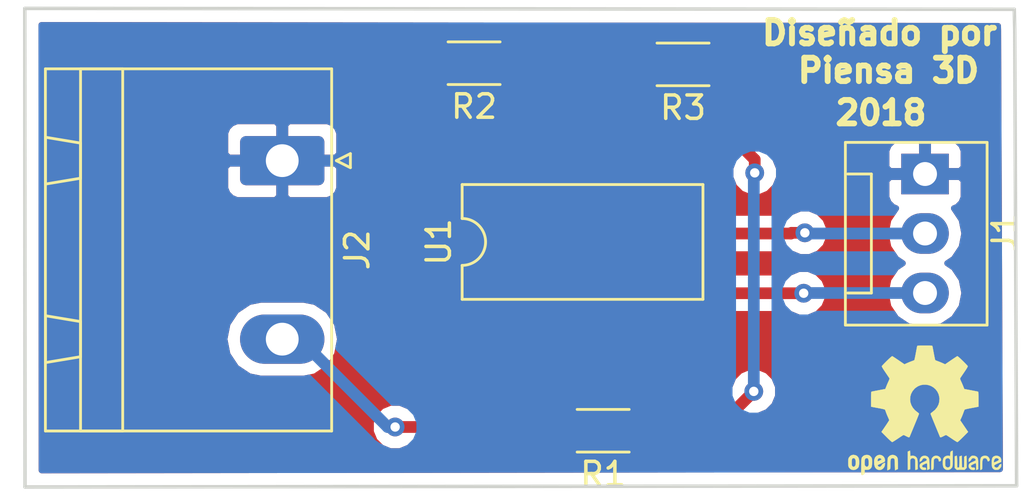
<source format=kicad_pcb>
(kicad_pcb (version 20171130) (host pcbnew 5.0.0-fee4fd1~66~ubuntu16.04.1)

  (general
    (thickness 1.6)
    (drawings 7)
    (tracks 38)
    (zones 0)
    (modules 7)
    (nets 7)
  )

  (page A4)
  (title_block
    (title "Amplificador de corriente")
    (date 2018-09-20)
    (rev 1.0)
    (company "Piensa 3D")
  )

  (layers
    (0 F.Cu signal)
    (31 B.Cu signal)
    (32 B.Adhes user)
    (33 F.Adhes user)
    (34 B.Paste user)
    (35 F.Paste user)
    (36 B.SilkS user)
    (37 F.SilkS user)
    (38 B.Mask user)
    (39 F.Mask user)
    (40 Dwgs.User user)
    (41 Cmts.User user)
    (42 Eco1.User user)
    (43 Eco2.User user)
    (44 Edge.Cuts user)
    (45 Margin user)
    (46 B.CrtYd user)
    (47 F.CrtYd user)
    (48 B.Fab user)
    (49 F.Fab user)
  )

  (setup
    (last_trace_width 0.5)
    (user_trace_width 0.3)
    (user_trace_width 0.4)
    (user_trace_width 0.5)
    (trace_clearance 0.2)
    (zone_clearance 0.508)
    (zone_45_only no)
    (trace_min 0.2)
    (segment_width 0.2)
    (edge_width 0.15)
    (via_size 0.8)
    (via_drill 0.4)
    (via_min_size 0.4)
    (via_min_drill 0.3)
    (uvia_size 0.3)
    (uvia_drill 0.1)
    (uvias_allowed no)
    (uvia_min_size 0.2)
    (uvia_min_drill 0.1)
    (pcb_text_width 0.3)
    (pcb_text_size 1.5 1.5)
    (mod_edge_width 0.15)
    (mod_text_size 1 1)
    (mod_text_width 0.15)
    (pad_size 1.524 1.524)
    (pad_drill 0.762)
    (pad_to_mask_clearance 0.2)
    (aux_axis_origin 0 0)
    (visible_elements FFFFFF7F)
    (pcbplotparams
      (layerselection 0x010fc_ffffffff)
      (usegerberextensions false)
      (usegerberattributes false)
      (usegerberadvancedattributes false)
      (creategerberjobfile false)
      (excludeedgelayer true)
      (linewidth 0.100000)
      (plotframeref false)
      (viasonmask false)
      (mode 1)
      (useauxorigin false)
      (hpglpennumber 1)
      (hpglpenspeed 20)
      (hpglpendiameter 15.000000)
      (psnegative false)
      (psa4output false)
      (plotreference true)
      (plotvalue true)
      (plotinvisibletext false)
      (padsonsilk false)
      (subtractmaskfromsilk false)
      (outputformat 1)
      (mirror false)
      (drillshape 1)
      (scaleselection 1)
      (outputdirectory ""))
  )

  (net 0 "")
  (net 1 GND)
  (net 2 +12V)
  (net 3 -12V)
  (net 4 "Net-(J2-Pad2)")
  (net 5 "Net-(R1-Pad1)")
  (net 6 "Net-(R2-Pad2)")

  (net_class Default "Esta es la clase de red por defecto."
    (clearance 0.2)
    (trace_width 0.25)
    (via_dia 0.8)
    (via_drill 0.4)
    (uvia_dia 0.3)
    (uvia_drill 0.1)
    (add_net +12V)
    (add_net -12V)
    (add_net GND)
    (add_net "Net-(J2-Pad2)")
    (add_net "Net-(R1-Pad1)")
    (add_net "Net-(R2-Pad2)")
  )

  (module Connector:FanPinHeader_1x03_P2.54mm_Vertical (layer F.Cu) (tedit 5A19DCDF) (tstamp 5BB0A7F4)
    (at 152.08 72.01 270)
    (descr "3-pin CPU fan Through hole pin header, see http://www.formfactors.org/developer%5Cspecs%5Crev1_2_public.pdf")
    (tags "pin header 3-pin CPU fan")
    (path /5BA3A608)
    (fp_text reference J1 (at 2.5 -3.4 270) (layer F.SilkS)
      (effects (font (size 1 1) (thickness 0.15)))
    )
    (fp_text value Conn_01x03_Male (at 2.55 4.5 270) (layer F.Fab)
      (effects (font (size 1 1) (thickness 0.15)))
    )
    (fp_text user %R (at 2.45 1.8 270) (layer F.Fab)
      (effects (font (size 1 1) (thickness 0.15)))
    )
    (fp_line (start -1.35 3.4) (end -1.35 -2.65) (layer F.SilkS) (width 0.12))
    (fp_line (start -1.35 -2.65) (end 6.45 -2.65) (layer F.SilkS) (width 0.12))
    (fp_line (start 6.45 -2.65) (end 6.45 3.4) (layer F.SilkS) (width 0.12))
    (fp_line (start 6.45 3.4) (end -1.35 3.4) (layer F.SilkS) (width 0.12))
    (fp_line (start 5.05 3.3) (end 5.05 2.3) (layer F.Fab) (width 0.1))
    (fp_line (start 5.05 2.3) (end 0 2.3) (layer F.Fab) (width 0.1))
    (fp_line (start 0 2.3) (end 0 3.3) (layer F.Fab) (width 0.1))
    (fp_line (start -1.25 3.3) (end -1.25 -2.55) (layer F.Fab) (width 0.1))
    (fp_line (start -1.25 -2.55) (end 6.35 -2.55) (layer F.Fab) (width 0.1))
    (fp_line (start 6.35 -2.55) (end 6.35 3.3) (layer F.Fab) (width 0.1))
    (fp_line (start 6.35 3.3) (end -1.25 3.3) (layer F.Fab) (width 0.1))
    (fp_line (start 0 3.3) (end 0 2.29) (layer F.SilkS) (width 0.12))
    (fp_line (start 0 2.29) (end 5.08 2.29) (layer F.SilkS) (width 0.12))
    (fp_line (start 5.08 2.29) (end 5.08 3.3) (layer F.SilkS) (width 0.12))
    (fp_line (start -1.75 3.8) (end -1.75 -3.05) (layer F.CrtYd) (width 0.05))
    (fp_line (start -1.75 3.8) (end 6.85 3.8) (layer F.CrtYd) (width 0.05))
    (fp_line (start 6.85 -3.05) (end -1.75 -3.05) (layer F.CrtYd) (width 0.05))
    (fp_line (start 6.85 -3.05) (end 6.85 3.8) (layer F.CrtYd) (width 0.05))
    (pad 1 thru_hole rect (at 0 0) (size 2.03 1.73) (drill 1.02) (layers *.Cu *.Mask)
      (net 1 GND))
    (pad 2 thru_hole oval (at 2.54 0) (size 2.03 1.73) (drill 1.02) (layers *.Cu *.Mask)
      (net 2 +12V))
    (pad 3 thru_hole oval (at 5.08 0) (size 2.03 1.73) (drill 1.02) (layers *.Cu *.Mask)
      (net 3 -12V))
    (model ${KISYS3DMOD}/Connector.3dshapes/FanPinHeader_1x03_P2.54mm_Vertical.wrl
      (at (xyz 0 0 0))
      (scale (xyz 1 1 1))
      (rotate (xyz 0 0 0))
    )
  )

  (module Connector_Phoenix_GMSTB:PhoenixContact_GMSTBA_2,5_2-G-7,62_1x02_P7.62mm_Horizontal (layer F.Cu) (tedit 5B785048) (tstamp 5BB0A818)
    (at 124.64 71.44 270)
    (descr "Generic Phoenix Contact connector footprint for: GMSTBA_2,5/2-G-7,62; number of pins: 02; pin pitch: 7.62mm; Angled || order number: 1766233 12A 630V")
    (tags "phoenix_contact connector GMSTBA_01x02_G_7.62mm")
    (path /5BA3923E)
    (fp_text reference J2 (at 3.81 -3.2 270) (layer F.SilkS)
      (effects (font (size 1 1) (thickness 0.15)))
    )
    (fp_text value Conn_01x02_Male (at 3.81 11.2 270) (layer F.Fab)
      (effects (font (size 1 1) (thickness 0.15)))
    )
    (fp_line (start -3.92 -2.11) (end -3.92 10.11) (layer F.SilkS) (width 0.12))
    (fp_line (start -3.92 10.11) (end 11.54 10.11) (layer F.SilkS) (width 0.12))
    (fp_line (start 11.54 10.11) (end 11.54 -2.11) (layer F.SilkS) (width 0.12))
    (fp_line (start 11.54 -2.11) (end -3.92 -2.11) (layer F.SilkS) (width 0.12))
    (fp_line (start -3.81 -2) (end -3.81 10) (layer F.Fab) (width 0.1))
    (fp_line (start -3.81 10) (end 11.43 10) (layer F.Fab) (width 0.1))
    (fp_line (start 11.43 10) (end 11.43 -2) (layer F.Fab) (width 0.1))
    (fp_line (start 11.43 -2) (end -3.81 -2) (layer F.Fab) (width 0.1))
    (fp_line (start -3.92 8.61) (end -3.92 6.81) (layer F.SilkS) (width 0.12))
    (fp_line (start -3.92 6.81) (end 11.54 6.81) (layer F.SilkS) (width 0.12))
    (fp_line (start 11.54 6.81) (end 11.54 8.61) (layer F.SilkS) (width 0.12))
    (fp_line (start 11.54 8.61) (end -3.92 8.61) (layer F.SilkS) (width 0.12))
    (fp_line (start -1 10.11) (end 1 10.11) (layer F.SilkS) (width 0.12))
    (fp_line (start 1 10.11) (end 0.75 8.61) (layer F.SilkS) (width 0.12))
    (fp_line (start 0.75 8.61) (end -0.75 8.61) (layer F.SilkS) (width 0.12))
    (fp_line (start -0.75 8.61) (end -1 10.11) (layer F.SilkS) (width 0.12))
    (fp_line (start 6.62 10.11) (end 8.62 10.11) (layer F.SilkS) (width 0.12))
    (fp_line (start 8.62 10.11) (end 8.37 8.61) (layer F.SilkS) (width 0.12))
    (fp_line (start 8.37 8.61) (end 6.87 8.61) (layer F.SilkS) (width 0.12))
    (fp_line (start 6.87 8.61) (end 6.62 10.11) (layer F.SilkS) (width 0.12))
    (fp_line (start -4.31 -2.5) (end -4.31 10.5) (layer F.CrtYd) (width 0.05))
    (fp_line (start -4.31 10.5) (end 11.93 10.5) (layer F.CrtYd) (width 0.05))
    (fp_line (start 11.93 10.5) (end 11.93 -2.5) (layer F.CrtYd) (width 0.05))
    (fp_line (start 11.93 -2.5) (end -4.31 -2.5) (layer F.CrtYd) (width 0.05))
    (fp_line (start 0.3 -2.91) (end 0 -2.31) (layer F.SilkS) (width 0.12))
    (fp_line (start 0 -2.31) (end -0.3 -2.91) (layer F.SilkS) (width 0.12))
    (fp_line (start -0.3 -2.91) (end 0.3 -2.91) (layer F.SilkS) (width 0.12))
    (fp_line (start 0.95 -2) (end 0 -0.5) (layer F.Fab) (width 0.1))
    (fp_line (start 0 -0.5) (end -0.95 -2) (layer F.Fab) (width 0.1))
    (fp_text user %R (at 3.81 -1.3 270) (layer F.Fab)
      (effects (font (size 1 1) (thickness 0.15)))
    )
    (pad 1 thru_hole roundrect (at 0 0 270) (size 2.1 3.6) (drill 1.4) (layers *.Cu *.Mask) (roundrect_rratio 0.119048)
      (net 1 GND))
    (pad 2 thru_hole oval (at 7.62 0 270) (size 2.1 3.6) (drill 1.4) (layers *.Cu *.Mask)
      (net 4 "Net-(J2-Pad2)"))
    (model ${KISYS3DMOD}/Connector_Phoenix_GMSTB.3dshapes/PhoenixContact_GMSTBA_2,5_2-G-7,62_1x02_P7.62mm_Horizontal.wrl
      (at (xyz 0 0 0))
      (scale (xyz 1 1 1))
      (rotate (xyz 0 0 0))
    )
  )

  (module Resistor_SMD:R_1806_4516Metric (layer F.Cu) (tedit 5B301BBD) (tstamp 5BB0A829)
    (at 138.34 82.97 180)
    (descr "Resistor SMD 1806 (4516 Metric), square (rectangular) end terminal, IPC_7351 nominal, (Body size source: https://www.modelithics.com/models/Vendor/MuRata/BLM41P.pdf), generated with kicad-footprint-generator")
    (tags resistor)
    (path /5BA397F0)
    (attr smd)
    (fp_text reference R1 (at 0 -1.85 180) (layer F.SilkS)
      (effects (font (size 1 1) (thickness 0.15)))
    )
    (fp_text value 2k (at 0 1.85 180) (layer F.Fab)
      (effects (font (size 1 1) (thickness 0.15)))
    )
    (fp_line (start -2.25 0.8) (end -2.25 -0.8) (layer F.Fab) (width 0.1))
    (fp_line (start -2.25 -0.8) (end 2.25 -0.8) (layer F.Fab) (width 0.1))
    (fp_line (start 2.25 -0.8) (end 2.25 0.8) (layer F.Fab) (width 0.1))
    (fp_line (start 2.25 0.8) (end -2.25 0.8) (layer F.Fab) (width 0.1))
    (fp_line (start -1.111252 -0.91) (end 1.111252 -0.91) (layer F.SilkS) (width 0.12))
    (fp_line (start -1.111252 0.91) (end 1.111252 0.91) (layer F.SilkS) (width 0.12))
    (fp_line (start -2.95 1.15) (end -2.95 -1.15) (layer F.CrtYd) (width 0.05))
    (fp_line (start -2.95 -1.15) (end 2.95 -1.15) (layer F.CrtYd) (width 0.05))
    (fp_line (start 2.95 -1.15) (end 2.95 1.15) (layer F.CrtYd) (width 0.05))
    (fp_line (start 2.95 1.15) (end -2.95 1.15) (layer F.CrtYd) (width 0.05))
    (fp_text user %R (at 0 0 180) (layer F.Fab)
      (effects (font (size 1 1) (thickness 0.15)))
    )
    (pad 1 smd roundrect (at -2 0 180) (size 1.4 1.8) (layers F.Cu F.Paste F.Mask) (roundrect_rratio 0.178571)
      (net 5 "Net-(R1-Pad1)"))
    (pad 2 smd roundrect (at 2 0 180) (size 1.4 1.8) (layers F.Cu F.Paste F.Mask) (roundrect_rratio 0.178571)
      (net 4 "Net-(J2-Pad2)"))
    (model ${KISYS3DMOD}/Resistor_SMD.3dshapes/R_1806_4516Metric.wrl
      (at (xyz 0 0 0))
      (scale (xyz 1 1 1))
      (rotate (xyz 0 0 0))
    )
  )

  (module Resistor_SMD:R_1806_4516Metric (layer F.Cu) (tedit 5B301BBD) (tstamp 5BB0A83A)
    (at 132.83 67.28 180)
    (descr "Resistor SMD 1806 (4516 Metric), square (rectangular) end terminal, IPC_7351 nominal, (Body size source: https://www.modelithics.com/models/Vendor/MuRata/BLM41P.pdf), generated with kicad-footprint-generator")
    (tags resistor)
    (path /5BA3986A)
    (attr smd)
    (fp_text reference R2 (at 0 -1.85 180) (layer F.SilkS)
      (effects (font (size 1 1) (thickness 0.15)))
    )
    (fp_text value 100 (at 0 1.85 180) (layer F.Fab)
      (effects (font (size 1 1) (thickness 0.15)))
    )
    (fp_text user %R (at 0 0 180) (layer F.Fab)
      (effects (font (size 1 1) (thickness 0.15)))
    )
    (fp_line (start 2.95 1.15) (end -2.95 1.15) (layer F.CrtYd) (width 0.05))
    (fp_line (start 2.95 -1.15) (end 2.95 1.15) (layer F.CrtYd) (width 0.05))
    (fp_line (start -2.95 -1.15) (end 2.95 -1.15) (layer F.CrtYd) (width 0.05))
    (fp_line (start -2.95 1.15) (end -2.95 -1.15) (layer F.CrtYd) (width 0.05))
    (fp_line (start -1.111252 0.91) (end 1.111252 0.91) (layer F.SilkS) (width 0.12))
    (fp_line (start -1.111252 -0.91) (end 1.111252 -0.91) (layer F.SilkS) (width 0.12))
    (fp_line (start 2.25 0.8) (end -2.25 0.8) (layer F.Fab) (width 0.1))
    (fp_line (start 2.25 -0.8) (end 2.25 0.8) (layer F.Fab) (width 0.1))
    (fp_line (start -2.25 -0.8) (end 2.25 -0.8) (layer F.Fab) (width 0.1))
    (fp_line (start -2.25 0.8) (end -2.25 -0.8) (layer F.Fab) (width 0.1))
    (pad 2 smd roundrect (at 2 0 180) (size 1.4 1.8) (layers F.Cu F.Paste F.Mask) (roundrect_rratio 0.178571)
      (net 6 "Net-(R2-Pad2)"))
    (pad 1 smd roundrect (at -2 0 180) (size 1.4 1.8) (layers F.Cu F.Paste F.Mask) (roundrect_rratio 0.178571)
      (net 5 "Net-(R1-Pad1)"))
    (model ${KISYS3DMOD}/Resistor_SMD.3dshapes/R_1806_4516Metric.wrl
      (at (xyz 0 0 0))
      (scale (xyz 1 1 1))
      (rotate (xyz 0 0 0))
    )
  )

  (module Resistor_SMD:R_1806_4516Metric (layer F.Cu) (tedit 5B301BBD) (tstamp 5BB0A84B)
    (at 141.75 67.33 180)
    (descr "Resistor SMD 1806 (4516 Metric), square (rectangular) end terminal, IPC_7351 nominal, (Body size source: https://www.modelithics.com/models/Vendor/MuRata/BLM41P.pdf), generated with kicad-footprint-generator")
    (tags resistor)
    (path /5BA3997B)
    (attr smd)
    (fp_text reference R3 (at 0 -1.85 180) (layer F.SilkS)
      (effects (font (size 1 1) (thickness 0.15)))
    )
    (fp_text value 1k (at 0 1.85 180) (layer F.Fab)
      (effects (font (size 1 1) (thickness 0.15)))
    )
    (fp_line (start -2.25 0.8) (end -2.25 -0.8) (layer F.Fab) (width 0.1))
    (fp_line (start -2.25 -0.8) (end 2.25 -0.8) (layer F.Fab) (width 0.1))
    (fp_line (start 2.25 -0.8) (end 2.25 0.8) (layer F.Fab) (width 0.1))
    (fp_line (start 2.25 0.8) (end -2.25 0.8) (layer F.Fab) (width 0.1))
    (fp_line (start -1.111252 -0.91) (end 1.111252 -0.91) (layer F.SilkS) (width 0.12))
    (fp_line (start -1.111252 0.91) (end 1.111252 0.91) (layer F.SilkS) (width 0.12))
    (fp_line (start -2.95 1.15) (end -2.95 -1.15) (layer F.CrtYd) (width 0.05))
    (fp_line (start -2.95 -1.15) (end 2.95 -1.15) (layer F.CrtYd) (width 0.05))
    (fp_line (start 2.95 -1.15) (end 2.95 1.15) (layer F.CrtYd) (width 0.05))
    (fp_line (start 2.95 1.15) (end -2.95 1.15) (layer F.CrtYd) (width 0.05))
    (fp_text user %R (at 0 0 180) (layer F.Fab)
      (effects (font (size 1 1) (thickness 0.15)))
    )
    (pad 1 smd roundrect (at -2 0 180) (size 1.4 1.8) (layers F.Cu F.Paste F.Mask) (roundrect_rratio 0.178571)
      (net 1 GND))
    (pad 2 smd roundrect (at 2 0 180) (size 1.4 1.8) (layers F.Cu F.Paste F.Mask) (roundrect_rratio 0.178571)
      (net 5 "Net-(R1-Pad1)"))
    (model ${KISYS3DMOD}/Resistor_SMD.3dshapes/R_1806_4516Metric.wrl
      (at (xyz 0 0 0))
      (scale (xyz 1 1 1))
      (rotate (xyz 0 0 0))
    )
  )

  (module Package_DIP:SMDIP-8_W7.62mm (layer F.Cu) (tedit 5A02E8C5) (tstamp 5BB0A867)
    (at 137.46 74.91 90)
    (descr "8-lead surface-mounted (SMD) DIP package, row spacing 7.62 mm (300 mils)")
    (tags "SMD DIP DIL PDIP SMDIP 2.54mm 7.62mm 300mil")
    (path /5BA39097)
    (attr smd)
    (fp_text reference U1 (at 0 -6.14 90) (layer F.SilkS)
      (effects (font (size 1 1) (thickness 0.15)))
    )
    (fp_text value LM741 (at 0 6.14 90) (layer F.Fab)
      (effects (font (size 1 1) (thickness 0.15)))
    )
    (fp_arc (start 0 -5.14) (end -1 -5.14) (angle -180) (layer F.SilkS) (width 0.12))
    (fp_line (start -2.175 -5.08) (end 3.175 -5.08) (layer F.Fab) (width 0.1))
    (fp_line (start 3.175 -5.08) (end 3.175 5.08) (layer F.Fab) (width 0.1))
    (fp_line (start 3.175 5.08) (end -3.175 5.08) (layer F.Fab) (width 0.1))
    (fp_line (start -3.175 5.08) (end -3.175 -4.08) (layer F.Fab) (width 0.1))
    (fp_line (start -3.175 -4.08) (end -2.175 -5.08) (layer F.Fab) (width 0.1))
    (fp_line (start -1 -5.14) (end -2.45 -5.14) (layer F.SilkS) (width 0.12))
    (fp_line (start -2.45 -5.14) (end -2.45 5.14) (layer F.SilkS) (width 0.12))
    (fp_line (start -2.45 5.14) (end 2.45 5.14) (layer F.SilkS) (width 0.12))
    (fp_line (start 2.45 5.14) (end 2.45 -5.14) (layer F.SilkS) (width 0.12))
    (fp_line (start 2.45 -5.14) (end 1 -5.14) (layer F.SilkS) (width 0.12))
    (fp_line (start -5.1 -5.35) (end -5.1 5.35) (layer F.CrtYd) (width 0.05))
    (fp_line (start -5.1 5.35) (end 5.1 5.35) (layer F.CrtYd) (width 0.05))
    (fp_line (start 5.1 5.35) (end 5.1 -5.35) (layer F.CrtYd) (width 0.05))
    (fp_line (start 5.1 -5.35) (end -5.1 -5.35) (layer F.CrtYd) (width 0.05))
    (fp_text user %R (at 0 0 90) (layer F.Fab)
      (effects (font (size 1 1) (thickness 0.15)))
    )
    (pad 1 smd rect (at -3.81 -3.81 90) (size 2 1.78) (layers F.Cu F.Paste F.Mask))
    (pad 5 smd rect (at 3.81 3.81 90) (size 2 1.78) (layers F.Cu F.Paste F.Mask))
    (pad 2 smd rect (at -3.81 -1.27 90) (size 2 1.78) (layers F.Cu F.Paste F.Mask)
      (net 4 "Net-(J2-Pad2)"))
    (pad 6 smd rect (at 3.81 1.27 90) (size 2 1.78) (layers F.Cu F.Paste F.Mask)
      (net 6 "Net-(R2-Pad2)"))
    (pad 3 smd rect (at -3.81 1.27 90) (size 2 1.78) (layers F.Cu F.Paste F.Mask)
      (net 1 GND))
    (pad 7 smd rect (at 3.81 -1.27 90) (size 2 1.78) (layers F.Cu F.Paste F.Mask)
      (net 2 +12V))
    (pad 4 smd rect (at -3.81 3.81 90) (size 2 1.78) (layers F.Cu F.Paste F.Mask)
      (net 3 -12V))
    (pad 8 smd rect (at 3.81 -3.81 90) (size 2 1.78) (layers F.Cu F.Paste F.Mask))
    (model ${KISYS3DMOD}/Package_DIP.3dshapes/SMDIP-8_W7.62mm.wrl
      (at (xyz 0 0 0))
      (scale (xyz 1 1 1))
      (rotate (xyz 0 0 0))
    )
  )

  (module Symbol:OSHW-Logo2_7.3x6mm_SilkScreen (layer F.Cu) (tedit 0) (tstamp 5BBC3288)
    (at 152.07 82.09)
    (descr "Open Source Hardware Symbol")
    (tags "Logo Symbol OSHW")
    (attr virtual)
    (fp_text reference REF** (at 0 0) (layer F.SilkS) hide
      (effects (font (size 1 1) (thickness 0.15)))
    )
    (fp_text value OSHW-Logo2_7.3x6mm_SilkScreen (at 0.75 0) (layer F.Fab) hide
      (effects (font (size 1 1) (thickness 0.15)))
    )
    (fp_poly (pts (xy 0.10391 -2.757652) (xy 0.182454 -2.757222) (xy 0.239298 -2.756058) (xy 0.278105 -2.753793)
      (xy 0.302538 -2.75006) (xy 0.316262 -2.744494) (xy 0.32294 -2.736727) (xy 0.326236 -2.726395)
      (xy 0.326556 -2.725057) (xy 0.331562 -2.700921) (xy 0.340829 -2.653299) (xy 0.353392 -2.587259)
      (xy 0.368287 -2.507872) (xy 0.384551 -2.420204) (xy 0.385119 -2.417125) (xy 0.40141 -2.331211)
      (xy 0.416652 -2.255304) (xy 0.429861 -2.193955) (xy 0.440054 -2.151718) (xy 0.446248 -2.133145)
      (xy 0.446543 -2.132816) (xy 0.464788 -2.123747) (xy 0.502405 -2.108633) (xy 0.551271 -2.090738)
      (xy 0.551543 -2.090642) (xy 0.613093 -2.067507) (xy 0.685657 -2.038035) (xy 0.754057 -2.008403)
      (xy 0.757294 -2.006938) (xy 0.868702 -1.956374) (xy 1.115399 -2.12484) (xy 1.191077 -2.176197)
      (xy 1.259631 -2.222111) (xy 1.317088 -2.25997) (xy 1.359476 -2.287163) (xy 1.382825 -2.301079)
      (xy 1.385042 -2.302111) (xy 1.40201 -2.297516) (xy 1.433701 -2.275345) (xy 1.481352 -2.234553)
      (xy 1.546198 -2.174095) (xy 1.612397 -2.109773) (xy 1.676214 -2.046388) (xy 1.733329 -1.988549)
      (xy 1.780305 -1.939825) (xy 1.813703 -1.90379) (xy 1.830085 -1.884016) (xy 1.830694 -1.882998)
      (xy 1.832505 -1.869428) (xy 1.825683 -1.847267) (xy 1.80854 -1.813522) (xy 1.779393 -1.7652)
      (xy 1.736555 -1.699308) (xy 1.679448 -1.614483) (xy 1.628766 -1.539823) (xy 1.583461 -1.47286)
      (xy 1.54615 -1.417484) (xy 1.519452 -1.37758) (xy 1.505985 -1.357038) (xy 1.505137 -1.355644)
      (xy 1.506781 -1.335962) (xy 1.519245 -1.297707) (xy 1.540048 -1.248111) (xy 1.547462 -1.232272)
      (xy 1.579814 -1.16171) (xy 1.614328 -1.081647) (xy 1.642365 -1.012371) (xy 1.662568 -0.960955)
      (xy 1.678615 -0.921881) (xy 1.687888 -0.901459) (xy 1.689041 -0.899886) (xy 1.706096 -0.897279)
      (xy 1.746298 -0.890137) (xy 1.804302 -0.879477) (xy 1.874763 -0.866315) (xy 1.952335 -0.851667)
      (xy 2.031672 -0.836551) (xy 2.107431 -0.821982) (xy 2.174264 -0.808978) (xy 2.226828 -0.798555)
      (xy 2.259776 -0.79173) (xy 2.267857 -0.789801) (xy 2.276205 -0.785038) (xy 2.282506 -0.774282)
      (xy 2.287045 -0.753902) (xy 2.290104 -0.720266) (xy 2.291967 -0.669745) (xy 2.292918 -0.598708)
      (xy 2.29324 -0.503524) (xy 2.293257 -0.464508) (xy 2.293257 -0.147201) (xy 2.217057 -0.132161)
      (xy 2.174663 -0.124005) (xy 2.1114 -0.112101) (xy 2.034962 -0.097884) (xy 1.953043 -0.08279)
      (xy 1.9304 -0.078645) (xy 1.854806 -0.063947) (xy 1.788953 -0.049495) (xy 1.738366 -0.036625)
      (xy 1.708574 -0.026678) (xy 1.703612 -0.023713) (xy 1.691426 -0.002717) (xy 1.673953 0.037967)
      (xy 1.654577 0.090322) (xy 1.650734 0.1016) (xy 1.625339 0.171523) (xy 1.593817 0.250418)
      (xy 1.562969 0.321266) (xy 1.562817 0.321595) (xy 1.511447 0.432733) (xy 1.680399 0.681253)
      (xy 1.849352 0.929772) (xy 1.632429 1.147058) (xy 1.566819 1.211726) (xy 1.506979 1.268733)
      (xy 1.456267 1.315033) (xy 1.418046 1.347584) (xy 1.395675 1.363343) (xy 1.392466 1.364343)
      (xy 1.373626 1.356469) (xy 1.33518 1.334578) (xy 1.28133 1.301267) (xy 1.216276 1.259131)
      (xy 1.14594 1.211943) (xy 1.074555 1.16381) (xy 1.010908 1.121928) (xy 0.959041 1.088871)
      (xy 0.922995 1.067218) (xy 0.906867 1.059543) (xy 0.887189 1.066037) (xy 0.849875 1.08315)
      (xy 0.802621 1.107326) (xy 0.797612 1.110013) (xy 0.733977 1.141927) (xy 0.690341 1.157579)
      (xy 0.663202 1.157745) (xy 0.649057 1.143204) (xy 0.648975 1.143) (xy 0.641905 1.125779)
      (xy 0.625042 1.084899) (xy 0.599695 1.023525) (xy 0.567171 0.944819) (xy 0.528778 0.851947)
      (xy 0.485822 0.748072) (xy 0.444222 0.647502) (xy 0.398504 0.536516) (xy 0.356526 0.433703)
      (xy 0.319548 0.342215) (xy 0.288827 0.265201) (xy 0.265622 0.205815) (xy 0.25119 0.167209)
      (xy 0.246743 0.1528) (xy 0.257896 0.136272) (xy 0.287069 0.10993) (xy 0.325971 0.080887)
      (xy 0.436757 -0.010961) (xy 0.523351 -0.116241) (xy 0.584716 -0.232734) (xy 0.619815 -0.358224)
      (xy 0.627608 -0.490493) (xy 0.621943 -0.551543) (xy 0.591078 -0.678205) (xy 0.53792 -0.790059)
      (xy 0.465767 -0.885999) (xy 0.377917 -0.964924) (xy 0.277665 -1.02573) (xy 0.16831 -1.067313)
      (xy 0.053147 -1.088572) (xy -0.064525 -1.088401) (xy -0.18141 -1.065699) (xy -0.294211 -1.019362)
      (xy -0.399631 -0.948287) (xy -0.443632 -0.908089) (xy -0.528021 -0.804871) (xy -0.586778 -0.692075)
      (xy -0.620296 -0.57299) (xy -0.628965 -0.450905) (xy -0.613177 -0.329107) (xy -0.573322 -0.210884)
      (xy -0.509793 -0.099525) (xy -0.422979 0.001684) (xy -0.325971 0.080887) (xy -0.285563 0.111162)
      (xy -0.257018 0.137219) (xy -0.246743 0.152825) (xy -0.252123 0.169843) (xy -0.267425 0.2105)
      (xy -0.291388 0.271642) (xy -0.322756 0.350119) (xy -0.360268 0.44278) (xy -0.402667 0.546472)
      (xy -0.444337 0.647526) (xy -0.49031 0.758607) (xy -0.532893 0.861541) (xy -0.570779 0.953165)
      (xy -0.60266 1.030316) (xy -0.627229 1.089831) (xy -0.64318 1.128544) (xy -0.64909 1.143)
      (xy -0.663052 1.157685) (xy -0.69006 1.157642) (xy -0.733587 1.142099) (xy -0.79711 1.110284)
      (xy -0.797612 1.110013) (xy -0.84544 1.085323) (xy -0.884103 1.067338) (xy -0.905905 1.059614)
      (xy -0.906867 1.059543) (xy -0.923279 1.067378) (xy -0.959513 1.089165) (xy -1.011526 1.122328)
      (xy -1.075275 1.164291) (xy -1.14594 1.211943) (xy -1.217884 1.260191) (xy -1.282726 1.302151)
      (xy -1.336265 1.335227) (xy -1.374303 1.356821) (xy -1.392467 1.364343) (xy -1.409192 1.354457)
      (xy -1.44282 1.326826) (xy -1.48999 1.284495) (xy -1.547342 1.230505) (xy -1.611516 1.167899)
      (xy -1.632503 1.146983) (xy -1.849501 0.929623) (xy -1.684332 0.68722) (xy -1.634136 0.612781)
      (xy -1.590081 0.545972) (xy -1.554638 0.490665) (xy -1.530281 0.450729) (xy -1.519478 0.430036)
      (xy -1.519162 0.428563) (xy -1.524857 0.409058) (xy -1.540174 0.369822) (xy -1.562463 0.31743)
      (xy -1.578107 0.282355) (xy -1.607359 0.215201) (xy -1.634906 0.147358) (xy -1.656263 0.090034)
      (xy -1.662065 0.072572) (xy -1.678548 0.025938) (xy -1.69466 -0.010095) (xy -1.70351 -0.023713)
      (xy -1.72304 -0.032048) (xy -1.765666 -0.043863) (xy -1.825855 -0.057819) (xy -1.898078 -0.072578)
      (xy -1.9304 -0.078645) (xy -2.012478 -0.093727) (xy -2.091205 -0.108331) (xy -2.158891 -0.12102)
      (xy -2.20784 -0.130358) (xy -2.217057 -0.132161) (xy -2.293257 -0.147201) (xy -2.293257 -0.464508)
      (xy -2.293086 -0.568846) (xy -2.292384 -0.647787) (xy -2.290866 -0.704962) (xy -2.288251 -0.744001)
      (xy -2.284254 -0.768535) (xy -2.278591 -0.782195) (xy -2.27098 -0.788611) (xy -2.267857 -0.789801)
      (xy -2.249022 -0.79402) (xy -2.207412 -0.802438) (xy -2.14837 -0.814039) (xy -2.077243 -0.827805)
      (xy -1.999375 -0.84272) (xy -1.920113 -0.857768) (xy -1.844802 -0.871931) (xy -1.778787 -0.884194)
      (xy -1.727413 -0.893539) (xy -1.696025 -0.89895) (xy -1.689041 -0.899886) (xy -1.682715 -0.912404)
      (xy -1.66871 -0.945754) (xy -1.649645 -0.993623) (xy -1.642366 -1.012371) (xy -1.613004 -1.084805)
      (xy -1.578429 -1.16483) (xy -1.547463 -1.232272) (xy -1.524677 -1.283841) (xy -1.509518 -1.326215)
      (xy -1.504458 -1.352166) (xy -1.505264 -1.355644) (xy -1.515959 -1.372064) (xy -1.54038 -1.408583)
      (xy -1.575905 -1.461313) (xy -1.619913 -1.526365) (xy -1.669783 -1.599849) (xy -1.679644 -1.614355)
      (xy -1.737508 -1.700296) (xy -1.780044 -1.765739) (xy -1.808946 -1.813696) (xy -1.82591 -1.84718)
      (xy -1.832633 -1.869205) (xy -1.83081 -1.882783) (xy -1.830764 -1.882869) (xy -1.816414 -1.900703)
      (xy -1.784677 -1.935183) (xy -1.73899 -1.982732) (xy -1.682796 -2.039778) (xy -1.619532 -2.102745)
      (xy -1.612398 -2.109773) (xy -1.53267 -2.18698) (xy -1.471143 -2.24367) (xy -1.426579 -2.28089)
      (xy -1.397743 -2.299685) (xy -1.385042 -2.302111) (xy -1.366506 -2.291529) (xy -1.328039 -2.267084)
      (xy -1.273614 -2.231388) (xy -1.207202 -2.187053) (xy -1.132775 -2.136689) (xy -1.115399 -2.12484)
      (xy -0.868703 -1.956374) (xy -0.757294 -2.006938) (xy -0.689543 -2.036405) (xy -0.616817 -2.066041)
      (xy -0.554297 -2.08967) (xy -0.551543 -2.090642) (xy -0.50264 -2.108543) (xy -0.464943 -2.12368)
      (xy -0.446575 -2.13279) (xy -0.446544 -2.132816) (xy -0.440715 -2.149283) (xy -0.430808 -2.189781)
      (xy -0.417805 -2.249758) (xy -0.402691 -2.32466) (xy -0.386448 -2.409936) (xy -0.385119 -2.417125)
      (xy -0.368825 -2.504986) (xy -0.353867 -2.58474) (xy -0.341209 -2.651319) (xy -0.331814 -2.699653)
      (xy -0.326646 -2.724675) (xy -0.326556 -2.725057) (xy -0.323411 -2.735701) (xy -0.317296 -2.743738)
      (xy -0.304547 -2.749533) (xy -0.2815 -2.753453) (xy -0.244491 -2.755865) (xy -0.189856 -2.757135)
      (xy -0.113933 -2.757629) (xy -0.013056 -2.757714) (xy 0 -2.757714) (xy 0.10391 -2.757652)) (layer F.SilkS) (width 0.01))
    (fp_poly (pts (xy 3.153595 1.966966) (xy 3.211021 2.004497) (xy 3.238719 2.038096) (xy 3.260662 2.099064)
      (xy 3.262405 2.147308) (xy 3.258457 2.211816) (xy 3.109686 2.276934) (xy 3.037349 2.310202)
      (xy 2.990084 2.336964) (xy 2.965507 2.360144) (xy 2.961237 2.382667) (xy 2.974889 2.407455)
      (xy 2.989943 2.423886) (xy 3.033746 2.450235) (xy 3.081389 2.452081) (xy 3.125145 2.431546)
      (xy 3.157289 2.390752) (xy 3.163038 2.376347) (xy 3.190576 2.331356) (xy 3.222258 2.312182)
      (xy 3.265714 2.295779) (xy 3.265714 2.357966) (xy 3.261872 2.400283) (xy 3.246823 2.435969)
      (xy 3.21528 2.476943) (xy 3.210592 2.482267) (xy 3.175506 2.51872) (xy 3.145347 2.538283)
      (xy 3.107615 2.547283) (xy 3.076335 2.55023) (xy 3.020385 2.550965) (xy 2.980555 2.54166)
      (xy 2.955708 2.527846) (xy 2.916656 2.497467) (xy 2.889625 2.464613) (xy 2.872517 2.423294)
      (xy 2.863238 2.367521) (xy 2.859693 2.291305) (xy 2.85941 2.252622) (xy 2.860372 2.206247)
      (xy 2.948007 2.206247) (xy 2.949023 2.231126) (xy 2.951556 2.2352) (xy 2.968274 2.229665)
      (xy 3.004249 2.215017) (xy 3.052331 2.19419) (xy 3.062386 2.189714) (xy 3.123152 2.158814)
      (xy 3.156632 2.131657) (xy 3.16399 2.10622) (xy 3.146391 2.080481) (xy 3.131856 2.069109)
      (xy 3.07941 2.046364) (xy 3.030322 2.050122) (xy 2.989227 2.077884) (xy 2.960758 2.127152)
      (xy 2.951631 2.166257) (xy 2.948007 2.206247) (xy 2.860372 2.206247) (xy 2.861285 2.162249)
      (xy 2.868196 2.095384) (xy 2.881884 2.046695) (xy 2.904096 2.010849) (xy 2.936574 1.982513)
      (xy 2.950733 1.973355) (xy 3.015053 1.949507) (xy 3.085473 1.948006) (xy 3.153595 1.966966)) (layer F.SilkS) (width 0.01))
    (fp_poly (pts (xy 2.6526 1.958752) (xy 2.669948 1.966334) (xy 2.711356 1.999128) (xy 2.746765 2.046547)
      (xy 2.768664 2.097151) (xy 2.772229 2.122098) (xy 2.760279 2.156927) (xy 2.734067 2.175357)
      (xy 2.705964 2.186516) (xy 2.693095 2.188572) (xy 2.686829 2.173649) (xy 2.674456 2.141175)
      (xy 2.669028 2.126502) (xy 2.63859 2.075744) (xy 2.59452 2.050427) (xy 2.53801 2.051206)
      (xy 2.533825 2.052203) (xy 2.503655 2.066507) (xy 2.481476 2.094393) (xy 2.466327 2.139287)
      (xy 2.45725 2.204615) (xy 2.453286 2.293804) (xy 2.452914 2.341261) (xy 2.45273 2.416071)
      (xy 2.451522 2.467069) (xy 2.448309 2.499471) (xy 2.442109 2.518495) (xy 2.43194 2.529356)
      (xy 2.416819 2.537272) (xy 2.415946 2.53767) (xy 2.386828 2.549981) (xy 2.372403 2.554514)
      (xy 2.370186 2.540809) (xy 2.368289 2.502925) (xy 2.366847 2.445715) (xy 2.365998 2.374027)
      (xy 2.365829 2.321565) (xy 2.366692 2.220047) (xy 2.37007 2.143032) (xy 2.377142 2.086023)
      (xy 2.389088 2.044526) (xy 2.40709 2.014043) (xy 2.432327 1.99008) (xy 2.457247 1.973355)
      (xy 2.517171 1.951097) (xy 2.586911 1.946076) (xy 2.6526 1.958752)) (layer F.SilkS) (width 0.01))
    (fp_poly (pts (xy 2.144876 1.956335) (xy 2.186667 1.975344) (xy 2.219469 1.998378) (xy 2.243503 2.024133)
      (xy 2.260097 2.057358) (xy 2.270577 2.1028) (xy 2.276271 2.165207) (xy 2.278507 2.249327)
      (xy 2.278743 2.304721) (xy 2.278743 2.520826) (xy 2.241774 2.53767) (xy 2.212656 2.549981)
      (xy 2.198231 2.554514) (xy 2.195472 2.541025) (xy 2.193282 2.504653) (xy 2.191942 2.451542)
      (xy 2.191657 2.409372) (xy 2.190434 2.348447) (xy 2.187136 2.300115) (xy 2.182321 2.270518)
      (xy 2.178496 2.264229) (xy 2.152783 2.270652) (xy 2.112418 2.287125) (xy 2.065679 2.309458)
      (xy 2.020845 2.333457) (xy 1.986193 2.35493) (xy 1.970002 2.369685) (xy 1.969938 2.369845)
      (xy 1.97133 2.397152) (xy 1.983818 2.423219) (xy 2.005743 2.444392) (xy 2.037743 2.451474)
      (xy 2.065092 2.450649) (xy 2.103826 2.450042) (xy 2.124158 2.459116) (xy 2.136369 2.483092)
      (xy 2.137909 2.487613) (xy 2.143203 2.521806) (xy 2.129047 2.542568) (xy 2.092148 2.552462)
      (xy 2.052289 2.554292) (xy 1.980562 2.540727) (xy 1.943432 2.521355) (xy 1.897576 2.475845)
      (xy 1.873256 2.419983) (xy 1.871073 2.360957) (xy 1.891629 2.305953) (xy 1.922549 2.271486)
      (xy 1.95342 2.252189) (xy 2.001942 2.227759) (xy 2.058485 2.202985) (xy 2.06791 2.199199)
      (xy 2.130019 2.171791) (xy 2.165822 2.147634) (xy 2.177337 2.123619) (xy 2.16658 2.096635)
      (xy 2.148114 2.075543) (xy 2.104469 2.049572) (xy 2.056446 2.047624) (xy 2.012406 2.067637)
      (xy 1.980709 2.107551) (xy 1.976549 2.117848) (xy 1.952327 2.155724) (xy 1.916965 2.183842)
      (xy 1.872343 2.206917) (xy 1.872343 2.141485) (xy 1.874969 2.101506) (xy 1.88623 2.069997)
      (xy 1.911199 2.036378) (xy 1.935169 2.010484) (xy 1.972441 1.973817) (xy 2.001401 1.954121)
      (xy 2.032505 1.94622) (xy 2.067713 1.944914) (xy 2.144876 1.956335)) (layer F.SilkS) (width 0.01))
    (fp_poly (pts (xy 1.779833 1.958663) (xy 1.782048 1.99685) (xy 1.783784 2.054886) (xy 1.784899 2.12818)
      (xy 1.785257 2.205055) (xy 1.785257 2.465196) (xy 1.739326 2.511127) (xy 1.707675 2.539429)
      (xy 1.67989 2.550893) (xy 1.641915 2.550168) (xy 1.62684 2.548321) (xy 1.579726 2.542948)
      (xy 1.540756 2.539869) (xy 1.531257 2.539585) (xy 1.499233 2.541445) (xy 1.453432 2.546114)
      (xy 1.435674 2.548321) (xy 1.392057 2.551735) (xy 1.362745 2.54432) (xy 1.33368 2.521427)
      (xy 1.323188 2.511127) (xy 1.277257 2.465196) (xy 1.277257 1.978602) (xy 1.314226 1.961758)
      (xy 1.346059 1.949282) (xy 1.364683 1.944914) (xy 1.369458 1.958718) (xy 1.373921 1.997286)
      (xy 1.377775 2.056356) (xy 1.380722 2.131663) (xy 1.382143 2.195286) (xy 1.386114 2.445657)
      (xy 1.420759 2.450556) (xy 1.452268 2.447131) (xy 1.467708 2.436041) (xy 1.472023 2.415308)
      (xy 1.475708 2.371145) (xy 1.478469 2.309146) (xy 1.480012 2.234909) (xy 1.480235 2.196706)
      (xy 1.480457 1.976783) (xy 1.526166 1.960849) (xy 1.558518 1.950015) (xy 1.576115 1.944962)
      (xy 1.576623 1.944914) (xy 1.578388 1.958648) (xy 1.580329 1.99673) (xy 1.582282 2.054482)
      (xy 1.584084 2.127227) (xy 1.585343 2.195286) (xy 1.589314 2.445657) (xy 1.6764 2.445657)
      (xy 1.680396 2.21724) (xy 1.684392 1.988822) (xy 1.726847 1.966868) (xy 1.758192 1.951793)
      (xy 1.776744 1.944951) (xy 1.777279 1.944914) (xy 1.779833 1.958663)) (layer F.SilkS) (width 0.01))
    (fp_poly (pts (xy 1.190117 2.065358) (xy 1.189933 2.173837) (xy 1.189219 2.257287) (xy 1.187675 2.319704)
      (xy 1.185001 2.365085) (xy 1.180894 2.397429) (xy 1.175055 2.420733) (xy 1.167182 2.438995)
      (xy 1.161221 2.449418) (xy 1.111855 2.505945) (xy 1.049264 2.541377) (xy 0.980013 2.55409)
      (xy 0.910668 2.542463) (xy 0.869375 2.521568) (xy 0.826025 2.485422) (xy 0.796481 2.441276)
      (xy 0.778655 2.383462) (xy 0.770463 2.306313) (xy 0.769302 2.249714) (xy 0.769458 2.245647)
      (xy 0.870857 2.245647) (xy 0.871476 2.31055) (xy 0.874314 2.353514) (xy 0.88084 2.381622)
      (xy 0.892523 2.401953) (xy 0.906483 2.417288) (xy 0.953365 2.44689) (xy 1.003701 2.449419)
      (xy 1.051276 2.424705) (xy 1.054979 2.421356) (xy 1.070783 2.403935) (xy 1.080693 2.383209)
      (xy 1.086058 2.352362) (xy 1.088228 2.304577) (xy 1.088571 2.251748) (xy 1.087827 2.185381)
      (xy 1.084748 2.141106) (xy 1.078061 2.112009) (xy 1.066496 2.091173) (xy 1.057013 2.080107)
      (xy 1.01296 2.052198) (xy 0.962224 2.048843) (xy 0.913796 2.070159) (xy 0.90445 2.078073)
      (xy 0.88854 2.095647) (xy 0.87861 2.116587) (xy 0.873278 2.147782) (xy 0.871163 2.196122)
      (xy 0.870857 2.245647) (xy 0.769458 2.245647) (xy 0.77281 2.158568) (xy 0.784726 2.090086)
      (xy 0.807135 2.0386) (xy 0.842124 1.998443) (xy 0.869375 1.977861) (xy 0.918907 1.955625)
      (xy 0.976316 1.945304) (xy 1.029682 1.948067) (xy 1.059543 1.959212) (xy 1.071261 1.962383)
      (xy 1.079037 1.950557) (xy 1.084465 1.918866) (xy 1.088571 1.870593) (xy 1.093067 1.816829)
      (xy 1.099313 1.784482) (xy 1.110676 1.765985) (xy 1.130528 1.75377) (xy 1.143 1.748362)
      (xy 1.190171 1.728601) (xy 1.190117 2.065358)) (layer F.SilkS) (width 0.01))
    (fp_poly (pts (xy 0.529926 1.949755) (xy 0.595858 1.974084) (xy 0.649273 2.017117) (xy 0.670164 2.047409)
      (xy 0.692939 2.102994) (xy 0.692466 2.143186) (xy 0.668562 2.170217) (xy 0.659717 2.174813)
      (xy 0.62153 2.189144) (xy 0.602028 2.185472) (xy 0.595422 2.161407) (xy 0.595086 2.148114)
      (xy 0.582992 2.09921) (xy 0.551471 2.064999) (xy 0.507659 2.048476) (xy 0.458695 2.052634)
      (xy 0.418894 2.074227) (xy 0.40545 2.086544) (xy 0.395921 2.101487) (xy 0.389485 2.124075)
      (xy 0.385317 2.159328) (xy 0.382597 2.212266) (xy 0.380502 2.287907) (xy 0.37996 2.311857)
      (xy 0.377981 2.39379) (xy 0.375731 2.451455) (xy 0.372357 2.489608) (xy 0.367006 2.513004)
      (xy 0.358824 2.526398) (xy 0.346959 2.534545) (xy 0.339362 2.538144) (xy 0.307102 2.550452)
      (xy 0.288111 2.554514) (xy 0.281836 2.540948) (xy 0.278006 2.499934) (xy 0.2766 2.430999)
      (xy 0.277598 2.333669) (xy 0.277908 2.318657) (xy 0.280101 2.229859) (xy 0.282693 2.165019)
      (xy 0.286382 2.119067) (xy 0.291864 2.086935) (xy 0.299835 2.063553) (xy 0.310993 2.043852)
      (xy 0.31683 2.03541) (xy 0.350296 1.998057) (xy 0.387727 1.969003) (xy 0.392309 1.966467)
      (xy 0.459426 1.946443) (xy 0.529926 1.949755)) (layer F.SilkS) (width 0.01))
    (fp_poly (pts (xy 0.039744 1.950968) (xy 0.096616 1.972087) (xy 0.097267 1.972493) (xy 0.13244 1.99838)
      (xy 0.158407 2.028633) (xy 0.17667 2.068058) (xy 0.188732 2.121462) (xy 0.196096 2.193651)
      (xy 0.200264 2.289432) (xy 0.200629 2.303078) (xy 0.205876 2.508842) (xy 0.161716 2.531678)
      (xy 0.129763 2.54711) (xy 0.11047 2.554423) (xy 0.109578 2.554514) (xy 0.106239 2.541022)
      (xy 0.103587 2.504626) (xy 0.101956 2.451452) (xy 0.1016 2.408393) (xy 0.101592 2.338641)
      (xy 0.098403 2.294837) (xy 0.087288 2.273944) (xy 0.063501 2.272925) (xy 0.022296 2.288741)
      (xy -0.039914 2.317815) (xy -0.085659 2.341963) (xy -0.109187 2.362913) (xy -0.116104 2.385747)
      (xy -0.116114 2.386877) (xy -0.104701 2.426212) (xy -0.070908 2.447462) (xy -0.019191 2.450539)
      (xy 0.018061 2.450006) (xy 0.037703 2.460735) (xy 0.049952 2.486505) (xy 0.057002 2.519337)
      (xy 0.046842 2.537966) (xy 0.043017 2.540632) (xy 0.007001 2.55134) (xy -0.043434 2.552856)
      (xy -0.095374 2.545759) (xy -0.132178 2.532788) (xy -0.183062 2.489585) (xy -0.211986 2.429446)
      (xy -0.217714 2.382462) (xy -0.213343 2.340082) (xy -0.197525 2.305488) (xy -0.166203 2.274763)
      (xy -0.115322 2.24399) (xy -0.040824 2.209252) (xy -0.036286 2.207288) (xy 0.030821 2.176287)
      (xy 0.072232 2.150862) (xy 0.089981 2.128014) (xy 0.086107 2.104745) (xy 0.062643 2.078056)
      (xy 0.055627 2.071914) (xy 0.00863 2.0481) (xy -0.040067 2.049103) (xy -0.082478 2.072451)
      (xy -0.110616 2.115675) (xy -0.113231 2.12416) (xy -0.138692 2.165308) (xy -0.170999 2.185128)
      (xy -0.217714 2.20477) (xy -0.217714 2.15395) (xy -0.203504 2.080082) (xy -0.161325 2.012327)
      (xy -0.139376 1.989661) (xy -0.089483 1.960569) (xy -0.026033 1.9474) (xy 0.039744 1.950968)) (layer F.SilkS) (width 0.01))
    (fp_poly (pts (xy -0.624114 1.851289) (xy -0.619861 1.910613) (xy -0.614975 1.945572) (xy -0.608205 1.96082)
      (xy -0.598298 1.961015) (xy -0.595086 1.959195) (xy -0.552356 1.946015) (xy -0.496773 1.946785)
      (xy -0.440263 1.960333) (xy -0.404918 1.977861) (xy -0.368679 2.005861) (xy -0.342187 2.037549)
      (xy -0.324001 2.077813) (xy -0.312678 2.131543) (xy -0.306778 2.203626) (xy -0.304857 2.298951)
      (xy -0.304823 2.317237) (xy -0.3048 2.522646) (xy -0.350509 2.53858) (xy -0.382973 2.54942)
      (xy -0.400785 2.554468) (xy -0.401309 2.554514) (xy -0.403063 2.540828) (xy -0.404556 2.503076)
      (xy -0.405674 2.446224) (xy -0.406303 2.375234) (xy -0.4064 2.332073) (xy -0.406602 2.246973)
      (xy -0.407642 2.185981) (xy -0.410169 2.144177) (xy -0.414836 2.116642) (xy -0.422293 2.098456)
      (xy -0.433189 2.084698) (xy -0.439993 2.078073) (xy -0.486728 2.051375) (xy -0.537728 2.049375)
      (xy -0.583999 2.071955) (xy -0.592556 2.080107) (xy -0.605107 2.095436) (xy -0.613812 2.113618)
      (xy -0.619369 2.139909) (xy -0.622474 2.179562) (xy -0.623824 2.237832) (xy -0.624114 2.318173)
      (xy -0.624114 2.522646) (xy -0.669823 2.53858) (xy -0.702287 2.54942) (xy -0.720099 2.554468)
      (xy -0.720623 2.554514) (xy -0.721963 2.540623) (xy -0.723172 2.501439) (xy -0.724199 2.4407)
      (xy -0.724998 2.362141) (xy -0.725519 2.269498) (xy -0.725714 2.166509) (xy -0.725714 1.769342)
      (xy -0.678543 1.749444) (xy -0.631371 1.729547) (xy -0.624114 1.851289)) (layer F.SilkS) (width 0.01))
    (fp_poly (pts (xy -1.831697 1.931239) (xy -1.774473 1.969735) (xy -1.730251 2.025335) (xy -1.703833 2.096086)
      (xy -1.69849 2.148162) (xy -1.699097 2.169893) (xy -1.704178 2.186531) (xy -1.718145 2.201437)
      (xy -1.745411 2.217973) (xy -1.790388 2.239498) (xy -1.857489 2.269374) (xy -1.857829 2.269524)
      (xy -1.919593 2.297813) (xy -1.970241 2.322933) (xy -2.004596 2.342179) (xy -2.017482 2.352848)
      (xy -2.017486 2.352934) (xy -2.006128 2.376166) (xy -1.979569 2.401774) (xy -1.949077 2.420221)
      (xy -1.93363 2.423886) (xy -1.891485 2.411212) (xy -1.855192 2.379471) (xy -1.837483 2.344572)
      (xy -1.820448 2.318845) (xy -1.787078 2.289546) (xy -1.747851 2.264235) (xy -1.713244 2.250471)
      (xy -1.706007 2.249714) (xy -1.697861 2.26216) (xy -1.69737 2.293972) (xy -1.703357 2.336866)
      (xy -1.714643 2.382558) (xy -1.73005 2.422761) (xy -1.730829 2.424322) (xy -1.777196 2.489062)
      (xy -1.837289 2.533097) (xy -1.905535 2.554711) (xy -1.976362 2.552185) (xy -2.044196 2.523804)
      (xy -2.047212 2.521808) (xy -2.100573 2.473448) (xy -2.13566 2.410352) (xy -2.155078 2.327387)
      (xy -2.157684 2.304078) (xy -2.162299 2.194055) (xy -2.156767 2.142748) (xy -2.017486 2.142748)
      (xy -2.015676 2.174753) (xy -2.005778 2.184093) (xy -1.981102 2.177105) (xy -1.942205 2.160587)
      (xy -1.898725 2.139881) (xy -1.897644 2.139333) (xy -1.860791 2.119949) (xy -1.846 2.107013)
      (xy -1.849647 2.093451) (xy -1.865005 2.075632) (xy -1.904077 2.049845) (xy -1.946154 2.04795)
      (xy -1.983897 2.066717) (xy -2.009966 2.102915) (xy -2.017486 2.142748) (xy -2.156767 2.142748)
      (xy -2.152806 2.106027) (xy -2.12845 2.036212) (xy -2.094544 1.987302) (xy -2.033347 1.937878)
      (xy -1.965937 1.913359) (xy -1.89712 1.911797) (xy -1.831697 1.931239)) (layer F.SilkS) (width 0.01))
    (fp_poly (pts (xy -2.958885 1.921962) (xy -2.890855 1.957733) (xy -2.840649 2.015301) (xy -2.822815 2.052312)
      (xy -2.808937 2.107882) (xy -2.801833 2.178096) (xy -2.80116 2.254727) (xy -2.806573 2.329552)
      (xy -2.81773 2.394342) (xy -2.834286 2.440873) (xy -2.839374 2.448887) (xy -2.899645 2.508707)
      (xy -2.971231 2.544535) (xy -3.048908 2.55502) (xy -3.127452 2.53881) (xy -3.149311 2.529092)
      (xy -3.191878 2.499143) (xy -3.229237 2.459433) (xy -3.232768 2.454397) (xy -3.247119 2.430124)
      (xy -3.256606 2.404178) (xy -3.26221 2.370022) (xy -3.264914 2.321119) (xy -3.265701 2.250935)
      (xy -3.265714 2.2352) (xy -3.265678 2.230192) (xy -3.120571 2.230192) (xy -3.119727 2.29643)
      (xy -3.116404 2.340386) (xy -3.109417 2.368779) (xy -3.097584 2.388325) (xy -3.091543 2.394857)
      (xy -3.056814 2.41968) (xy -3.023097 2.418548) (xy -2.989005 2.397016) (xy -2.968671 2.374029)
      (xy -2.956629 2.340478) (xy -2.949866 2.287569) (xy -2.949402 2.281399) (xy -2.948248 2.185513)
      (xy -2.960312 2.114299) (xy -2.98543 2.068194) (xy -3.02344 2.047635) (xy -3.037008 2.046514)
      (xy -3.072636 2.052152) (xy -3.097006 2.071686) (xy -3.111907 2.109042) (xy -3.119125 2.16815)
      (xy -3.120571 2.230192) (xy -3.265678 2.230192) (xy -3.265174 2.160413) (xy -3.262904 2.108159)
      (xy -3.257932 2.071949) (xy -3.249287 2.045299) (xy -3.235995 2.021722) (xy -3.233057 2.017338)
      (xy -3.183687 1.958249) (xy -3.129891 1.923947) (xy -3.064398 1.910331) (xy -3.042158 1.909665)
      (xy -2.958885 1.921962)) (layer F.SilkS) (width 0.01))
    (fp_poly (pts (xy -1.283907 1.92778) (xy -1.237328 1.954723) (xy -1.204943 1.981466) (xy -1.181258 2.009484)
      (xy -1.164941 2.043748) (xy -1.154661 2.089227) (xy -1.149086 2.150892) (xy -1.146884 2.233711)
      (xy -1.146629 2.293246) (xy -1.146629 2.512391) (xy -1.208314 2.540044) (xy -1.27 2.567697)
      (xy -1.277257 2.32767) (xy -1.280256 2.238028) (xy -1.283402 2.172962) (xy -1.287299 2.128026)
      (xy -1.292553 2.09877) (xy -1.299769 2.080748) (xy -1.30955 2.069511) (xy -1.312688 2.067079)
      (xy -1.360239 2.048083) (xy -1.408303 2.0556) (xy -1.436914 2.075543) (xy -1.448553 2.089675)
      (xy -1.456609 2.10822) (xy -1.461729 2.136334) (xy -1.464559 2.179173) (xy -1.465744 2.241895)
      (xy -1.465943 2.307261) (xy -1.465982 2.389268) (xy -1.467386 2.447316) (xy -1.472086 2.486465)
      (xy -1.482013 2.51178) (xy -1.499097 2.528323) (xy -1.525268 2.541156) (xy -1.560225 2.554491)
      (xy -1.598404 2.569007) (xy -1.593859 2.311389) (xy -1.592029 2.218519) (xy -1.589888 2.149889)
      (xy -1.586819 2.100711) (xy -1.582206 2.066198) (xy -1.575432 2.041562) (xy -1.565881 2.022016)
      (xy -1.554366 2.00477) (xy -1.49881 1.94968) (xy -1.43102 1.917822) (xy -1.357287 1.910191)
      (xy -1.283907 1.92778)) (layer F.SilkS) (width 0.01))
    (fp_poly (pts (xy -2.400256 1.919918) (xy -2.344799 1.947568) (xy -2.295852 1.99848) (xy -2.282371 2.017338)
      (xy -2.267686 2.042015) (xy -2.258158 2.068816) (xy -2.252707 2.104587) (xy -2.250253 2.156169)
      (xy -2.249714 2.224267) (xy -2.252148 2.317588) (xy -2.260606 2.387657) (xy -2.276826 2.439931)
      (xy -2.302546 2.479869) (xy -2.339503 2.512929) (xy -2.342218 2.514886) (xy -2.37864 2.534908)
      (xy -2.422498 2.544815) (xy -2.478276 2.547257) (xy -2.568952 2.547257) (xy -2.56899 2.635283)
      (xy -2.569834 2.684308) (xy -2.574976 2.713065) (xy -2.588413 2.730311) (xy -2.614142 2.744808)
      (xy -2.620321 2.747769) (xy -2.649236 2.761648) (xy -2.671624 2.770414) (xy -2.688271 2.771171)
      (xy -2.699964 2.761023) (xy -2.70749 2.737073) (xy -2.711634 2.696426) (xy -2.713185 2.636186)
      (xy -2.712929 2.553455) (xy -2.711651 2.445339) (xy -2.711252 2.413) (xy -2.709815 2.301524)
      (xy -2.708528 2.228603) (xy -2.569029 2.228603) (xy -2.568245 2.290499) (xy -2.56476 2.330997)
      (xy -2.556876 2.357708) (xy -2.542895 2.378244) (xy -2.533403 2.38826) (xy -2.494596 2.417567)
      (xy -2.460237 2.419952) (xy -2.424784 2.39575) (xy -2.423886 2.394857) (xy -2.409461 2.376153)
      (xy -2.400687 2.350732) (xy -2.396261 2.311584) (xy -2.394882 2.251697) (xy -2.394857 2.23843)
      (xy -2.398188 2.155901) (xy -2.409031 2.098691) (xy -2.42866 2.063766) (xy -2.45835 2.048094)
      (xy -2.475509 2.046514) (xy -2.516234 2.053926) (xy -2.544168 2.07833) (xy -2.560983 2.12298)
      (xy -2.56835 2.19113) (xy -2.569029 2.228603) (xy -2.708528 2.228603) (xy -2.708292 2.215245)
      (xy -2.706323 2.150333) (xy -2.70355 2.102958) (xy -2.699612 2.06929) (xy -2.694151 2.045498)
      (xy -2.686808 2.027753) (xy -2.677223 2.012224) (xy -2.673113 2.006381) (xy -2.618595 1.951185)
      (xy -2.549664 1.91989) (xy -2.469928 1.911165) (xy -2.400256 1.919918)) (layer F.SilkS) (width 0.01))
  )

  (gr_text 2018 (at 150.2 69.4) (layer F.SilkS)
    (effects (font (size 1 1) (thickness 0.25)))
  )
  (gr_text "Diseñado por \nPiensa 3D" (at 150.52 66.79) (layer F.SilkS)
    (effects (font (size 1 1) (thickness 0.25)))
  )
  (gr_line (start 155.89 64.98) (end 155.91 65.86) (layer Edge.Cuts) (width 0.15))
  (gr_line (start 113.65 64.94) (end 155.89 64.98) (layer Edge.Cuts) (width 0.15))
  (gr_line (start 155.99 85.32) (end 155.91 65.85) (layer Edge.Cuts) (width 0.15))
  (gr_line (start 113.66 85.37) (end 155.99 85.32) (layer Edge.Cuts) (width 0.15))
  (gr_line (start 113.65 64.95) (end 113.66 85.37) (layer Edge.Cuts) (width 0.15))

  (segment (start 136.19 72.6) (end 138.14 74.55) (width 0.5) (layer F.Cu) (net 2))
  (segment (start 136.19 71.1) (end 136.19 72.6) (width 0.5) (layer F.Cu) (net 2))
  (segment (start 146.98 74.55) (end 146.95 74.52) (width 0.5) (layer B.Cu) (net 2))
  (via (at 146.95 74.52) (size 0.8) (drill 0.4) (layers F.Cu B.Cu) (net 2))
  (segment (start 152.08 74.55) (end 146.98 74.55) (width 0.5) (layer B.Cu) (net 2))
  (segment (start 146.354315 74.55) (end 138.14 74.55) (width 0.5) (layer F.Cu) (net 2))
  (segment (start 146.384315 74.52) (end 146.354315 74.55) (width 0.5) (layer F.Cu) (net 2))
  (segment (start 146.95 74.52) (end 146.384315 74.52) (width 0.5) (layer F.Cu) (net 2))
  (via (at 146.9 77.1) (size 0.8) (drill 0.4) (layers F.Cu B.Cu) (net 3))
  (segment (start 146.91 77.09) (end 146.9 77.1) (width 0.5) (layer B.Cu) (net 3))
  (segment (start 152.08 77.09) (end 146.91 77.09) (width 0.5) (layer B.Cu) (net 3))
  (segment (start 142.78 77.1) (end 141.27 78.61) (width 0.5) (layer F.Cu) (net 3))
  (segment (start 141.27 78.61) (end 141.27 78.72) (width 0.5) (layer F.Cu) (net 3))
  (segment (start 146.9 77.1) (end 142.78 77.1) (width 0.5) (layer F.Cu) (net 3))
  (segment (start 136.19 82.82) (end 136.34 82.97) (width 0.5) (layer F.Cu) (net 4))
  (segment (start 136.19 78.72) (end 136.19 82.82) (width 0.5) (layer F.Cu) (net 4))
  (segment (start 129.14 82.81) (end 129.46 82.81) (width 0.5) (layer B.Cu) (net 4))
  (segment (start 125.39 79.06) (end 129.14 82.81) (width 0.5) (layer B.Cu) (net 4))
  (via (at 129.46 82.81) (size 0.8) (drill 0.4) (layers F.Cu B.Cu) (net 4))
  (segment (start 124.64 79.06) (end 125.39 79.06) (width 0.5) (layer B.Cu) (net 4))
  (segment (start 136.18 82.81) (end 136.34 82.97) (width 0.5) (layer F.Cu) (net 4))
  (segment (start 129.46 82.81) (end 136.18 82.81) (width 0.5) (layer F.Cu) (net 4))
  (segment (start 139.7 67.28) (end 139.75 67.33) (width 0.5) (layer F.Cu) (net 5))
  (segment (start 134.83 67.28) (end 139.7 67.28) (width 0.5) (layer F.Cu) (net 5))
  (via (at 144.77 81.29) (size 0.8) (drill 0.4) (layers F.Cu B.Cu) (net 5))
  (segment (start 143.09 82.97) (end 144.77 81.29) (width 0.5) (layer F.Cu) (net 5))
  (segment (start 140.34 82.97) (end 143.09 82.97) (width 0.5) (layer F.Cu) (net 5))
  (via (at 144.81 71.96) (size 0.8) (drill 0.4) (layers F.Cu B.Cu) (net 5))
  (segment (start 144.77 72) (end 144.81 71.96) (width 0.5) (layer B.Cu) (net 5))
  (segment (start 144.77 81.29) (end 144.77 72) (width 0.5) (layer B.Cu) (net 5))
  (segment (start 140.745685 67.33) (end 140.55 67.33) (width 0.5) (layer F.Cu) (net 5))
  (segment (start 144.81 71.394315) (end 140.745685 67.33) (width 0.5) (layer F.Cu) (net 5))
  (segment (start 140.55 67.33) (end 139.75 67.33) (width 0.5) (layer F.Cu) (net 5))
  (segment (start 144.81 71.96) (end 144.81 71.394315) (width 0.5) (layer F.Cu) (net 5))
  (segment (start 138.73 69.6) (end 138.09 68.96) (width 0.5) (layer F.Cu) (net 6))
  (segment (start 138.73 71.1) (end 138.73 69.6) (width 0.5) (layer F.Cu) (net 6))
  (segment (start 132.51 68.96) (end 130.83 67.28) (width 0.5) (layer F.Cu) (net 6))
  (segment (start 138.09 68.96) (end 132.51 68.96) (width 0.5) (layer F.Cu) (net 6))

  (zone (net 1) (net_name GND) (layer F.Cu) (tstamp 0) (hatch edge 0.508)
    (connect_pads (clearance 0.508))
    (min_thickness 0.254)
    (fill yes (arc_segments 16) (thermal_gap 0.508) (thermal_bridge_width 0.508))
    (polygon
      (pts
        (xy 113.65 64.92) (xy 155.89 65) (xy 156 85.34) (xy 113.67 85.35)
      )
    )
    (filled_polygon
      (pts
        (xy 155.195939 65.689342) (xy 155.200084 65.871702) (xy 155.277081 84.610842) (xy 114.369652 84.659162) (xy 114.368646 82.604126)
        (xy 128.425 82.604126) (xy 128.425 83.015874) (xy 128.582569 83.39628) (xy 128.87372 83.687431) (xy 129.254126 83.845)
        (xy 129.665874 83.845) (xy 130.028007 83.695) (xy 135.007478 83.695) (xy 135.060873 83.963436) (xy 135.255414 84.254586)
        (xy 135.546564 84.449127) (xy 135.889999 84.51744) (xy 136.790001 84.51744) (xy 137.133436 84.449127) (xy 137.424586 84.254586)
        (xy 137.619127 83.963436) (xy 137.68744 83.620001) (xy 137.68744 82.319999) (xy 138.99256 82.319999) (xy 138.99256 83.620001)
        (xy 139.060873 83.963436) (xy 139.255414 84.254586) (xy 139.546564 84.449127) (xy 139.889999 84.51744) (xy 140.790001 84.51744)
        (xy 141.133436 84.449127) (xy 141.424586 84.254586) (xy 141.619127 83.963436) (xy 141.640696 83.855) (xy 143.002839 83.855)
        (xy 143.09 83.872337) (xy 143.177161 83.855) (xy 143.177165 83.855) (xy 143.43531 83.803652) (xy 143.728049 83.608049)
        (xy 143.777425 83.534153) (xy 144.994148 82.317431) (xy 145.35628 82.167431) (xy 145.647431 81.87628) (xy 145.805 81.495874)
        (xy 145.805 81.084126) (xy 145.647431 80.70372) (xy 145.35628 80.412569) (xy 144.975874 80.255) (xy 144.564126 80.255)
        (xy 144.18372 80.412569) (xy 143.892569 80.70372) (xy 143.742569 81.065852) (xy 142.723422 82.085) (xy 141.640696 82.085)
        (xy 141.619127 81.976564) (xy 141.424586 81.685414) (xy 141.133436 81.490873) (xy 140.790001 81.42256) (xy 139.889999 81.42256)
        (xy 139.546564 81.490873) (xy 139.255414 81.685414) (xy 139.060873 81.976564) (xy 138.99256 82.319999) (xy 137.68744 82.319999)
        (xy 137.619127 81.976564) (xy 137.424586 81.685414) (xy 137.133436 81.490873) (xy 137.075 81.479249) (xy 137.075 80.36744)
        (xy 137.08 80.36744) (xy 137.327765 80.318157) (xy 137.455069 80.233095) (xy 137.480301 80.258327) (xy 137.71369 80.355)
        (xy 138.44425 80.355) (xy 138.603 80.19625) (xy 138.603 78.847) (xy 138.583 78.847) (xy 138.583 78.593)
        (xy 138.603 78.593) (xy 138.603 77.24375) (xy 138.857 77.24375) (xy 138.857 78.593) (xy 138.877 78.593)
        (xy 138.877 78.847) (xy 138.857 78.847) (xy 138.857 80.19625) (xy 139.01575 80.355) (xy 139.74631 80.355)
        (xy 139.979699 80.258327) (xy 140.004931 80.233095) (xy 140.132235 80.318157) (xy 140.38 80.36744) (xy 142.16 80.36744)
        (xy 142.407765 80.318157) (xy 142.617809 80.177809) (xy 142.758157 79.967765) (xy 142.80744 79.72) (xy 142.80744 78.324139)
        (xy 143.146579 77.985) (xy 146.331993 77.985) (xy 146.694126 78.135) (xy 147.105874 78.135) (xy 147.48628 77.977431)
        (xy 147.777431 77.68628) (xy 147.935 77.305874) (xy 147.935 76.894126) (xy 147.777431 76.51372) (xy 147.48628 76.222569)
        (xy 147.105874 76.065) (xy 146.694126 76.065) (xy 146.331993 76.215) (xy 142.867159 76.215) (xy 142.779999 76.197663)
        (xy 142.692839 76.215) (xy 142.692835 76.215) (xy 142.43469 76.266348) (xy 142.434688 76.266349) (xy 142.434689 76.266349)
        (xy 142.215845 76.412576) (xy 142.215844 76.412577) (xy 142.141951 76.461951) (xy 142.092577 76.535844) (xy 141.555861 77.07256)
        (xy 140.38 77.07256) (xy 140.132235 77.121843) (xy 140.004931 77.206905) (xy 139.979699 77.181673) (xy 139.74631 77.085)
        (xy 139.01575 77.085) (xy 138.857 77.24375) (xy 138.603 77.24375) (xy 138.44425 77.085) (xy 137.71369 77.085)
        (xy 137.480301 77.181673) (xy 137.455069 77.206905) (xy 137.327765 77.121843) (xy 137.08 77.07256) (xy 135.3 77.07256)
        (xy 135.052235 77.121843) (xy 134.92 77.2102) (xy 134.787765 77.121843) (xy 134.54 77.07256) (xy 132.76 77.07256)
        (xy 132.512235 77.121843) (xy 132.302191 77.262191) (xy 132.161843 77.472235) (xy 132.11256 77.72) (xy 132.11256 79.72)
        (xy 132.161843 79.967765) (xy 132.302191 80.177809) (xy 132.512235 80.318157) (xy 132.76 80.36744) (xy 134.54 80.36744)
        (xy 134.787765 80.318157) (xy 134.92 80.2298) (xy 135.052235 80.318157) (xy 135.3 80.36744) (xy 135.305 80.36744)
        (xy 135.305001 81.652281) (xy 135.255414 81.685414) (xy 135.095327 81.925) (xy 130.028007 81.925) (xy 129.665874 81.775)
        (xy 129.254126 81.775) (xy 128.87372 81.932569) (xy 128.582569 82.22372) (xy 128.425 82.604126) (xy 114.368646 82.604126)
        (xy 114.36691 79.06) (xy 122.171989 79.06) (xy 122.302765 79.717454) (xy 122.675183 80.274817) (xy 123.232546 80.647235)
        (xy 123.724043 80.745) (xy 125.555957 80.745) (xy 126.047454 80.647235) (xy 126.604817 80.274817) (xy 126.977235 79.717454)
        (xy 127.108011 79.06) (xy 126.977235 78.402546) (xy 126.604817 77.845183) (xy 126.047454 77.472765) (xy 125.555957 77.375)
        (xy 123.724043 77.375) (xy 123.232546 77.472765) (xy 122.675183 77.845183) (xy 122.302765 78.402546) (xy 122.171989 79.06)
        (xy 114.36691 79.06) (xy 114.363319 71.72575) (xy 122.205 71.72575) (xy 122.205 72.616309) (xy 122.301673 72.849698)
        (xy 122.480301 73.028327) (xy 122.71369 73.125) (xy 124.35425 73.125) (xy 124.513 72.96625) (xy 124.513 71.567)
        (xy 124.767 71.567) (xy 124.767 72.96625) (xy 124.92575 73.125) (xy 126.56631 73.125) (xy 126.799699 73.028327)
        (xy 126.978327 72.849698) (xy 127.075 72.616309) (xy 127.075 71.72575) (xy 126.91625 71.567) (xy 124.767 71.567)
        (xy 124.513 71.567) (xy 122.36375 71.567) (xy 122.205 71.72575) (xy 114.363319 71.72575) (xy 114.362603 70.263691)
        (xy 122.205 70.263691) (xy 122.205 71.15425) (xy 122.36375 71.313) (xy 124.513 71.313) (xy 124.513 69.91375)
        (xy 124.767 69.91375) (xy 124.767 71.313) (xy 126.91625 71.313) (xy 127.075 71.15425) (xy 127.075 70.263691)
        (xy 126.978327 70.030302) (xy 126.799699 69.851673) (xy 126.56631 69.755) (xy 124.92575 69.755) (xy 124.767 69.91375)
        (xy 124.513 69.91375) (xy 124.35425 69.755) (xy 122.71369 69.755) (xy 122.480301 69.851673) (xy 122.301673 70.030302)
        (xy 122.205 70.263691) (xy 114.362603 70.263691) (xy 114.360823 66.629999) (xy 129.48256 66.629999) (xy 129.48256 67.930001)
        (xy 129.550873 68.273436) (xy 129.745414 68.564586) (xy 130.036564 68.759127) (xy 130.379999 68.82744) (xy 131.125861 68.82744)
        (xy 131.822577 69.524156) (xy 131.871951 69.598049) (xy 131.945844 69.647423) (xy 131.945845 69.647424) (xy 132.16469 69.793652)
        (xy 132.196729 69.800025) (xy 132.161843 69.852235) (xy 132.11256 70.1) (xy 132.11256 72.1) (xy 132.161843 72.347765)
        (xy 132.302191 72.557809) (xy 132.512235 72.698157) (xy 132.76 72.74744) (xy 134.54 72.74744) (xy 134.787765 72.698157)
        (xy 134.92 72.6098) (xy 135.052235 72.698157) (xy 135.3 72.74744) (xy 135.31699 72.74744) (xy 135.356348 72.945309)
        (xy 135.502576 73.164154) (xy 135.502578 73.164156) (xy 135.551952 73.238049) (xy 135.625845 73.287423) (xy 137.452577 75.114156)
        (xy 137.501951 75.188049) (xy 137.575844 75.237423) (xy 137.575845 75.237424) (xy 137.68688 75.311615) (xy 137.79469 75.383652)
        (xy 138.052835 75.435) (xy 138.052839 75.435) (xy 138.139999 75.452337) (xy 138.227159 75.435) (xy 146.267154 75.435)
        (xy 146.354315 75.452337) (xy 146.441476 75.435) (xy 146.44148 75.435) (xy 146.450222 75.433261) (xy 146.744126 75.555)
        (xy 147.155874 75.555) (xy 147.53628 75.397431) (xy 147.827431 75.10628) (xy 147.985 74.725874) (xy 147.985 74.55)
        (xy 150.400614 74.55) (xy 150.517032 75.135271) (xy 150.848561 75.631439) (xy 151.130762 75.82) (xy 150.848561 76.008561)
        (xy 150.517032 76.504729) (xy 150.400614 77.09) (xy 150.517032 77.675271) (xy 150.848561 78.171439) (xy 151.344729 78.502968)
        (xy 151.782267 78.59) (xy 152.377733 78.59) (xy 152.815271 78.502968) (xy 153.311439 78.171439) (xy 153.642968 77.675271)
        (xy 153.759386 77.09) (xy 153.642968 76.504729) (xy 153.311439 76.008561) (xy 153.029238 75.82) (xy 153.311439 75.631439)
        (xy 153.642968 75.135271) (xy 153.759386 74.55) (xy 153.642968 73.964729) (xy 153.313588 73.471777) (xy 153.454698 73.413327)
        (xy 153.633327 73.234699) (xy 153.73 73.00131) (xy 153.73 72.29575) (xy 153.57125 72.137) (xy 152.207 72.137)
        (xy 152.207 72.157) (xy 151.953 72.157) (xy 151.953 72.137) (xy 150.58875 72.137) (xy 150.43 72.29575)
        (xy 150.43 73.00131) (xy 150.526673 73.234699) (xy 150.705302 73.413327) (xy 150.846412 73.471777) (xy 150.517032 73.964729)
        (xy 150.400614 74.55) (xy 147.985 74.55) (xy 147.985 74.314126) (xy 147.827431 73.93372) (xy 147.53628 73.642569)
        (xy 147.155874 73.485) (xy 146.744126 73.485) (xy 146.411023 73.622976) (xy 146.384314 73.617663) (xy 146.297155 73.635)
        (xy 146.29715 73.635) (xy 146.146329 73.665) (xy 138.506579 73.665) (xy 137.454832 72.613253) (xy 137.46 72.6098)
        (xy 137.592235 72.698157) (xy 137.84 72.74744) (xy 139.62 72.74744) (xy 139.867765 72.698157) (xy 140 72.6098)
        (xy 140.132235 72.698157) (xy 140.38 72.74744) (xy 142.16 72.74744) (xy 142.407765 72.698157) (xy 142.617809 72.557809)
        (xy 142.758157 72.347765) (xy 142.80744 72.1) (xy 142.80744 70.643334) (xy 143.816952 71.652846) (xy 143.775 71.754126)
        (xy 143.775 72.165874) (xy 143.932569 72.54628) (xy 144.22372 72.837431) (xy 144.604126 72.995) (xy 145.015874 72.995)
        (xy 145.39628 72.837431) (xy 145.687431 72.54628) (xy 145.845 72.165874) (xy 145.845 71.754126) (xy 145.707024 71.421023)
        (xy 145.712337 71.394314) (xy 145.695 71.307154) (xy 145.695 71.30715) (xy 145.643652 71.049005) (xy 145.623397 71.01869)
        (xy 150.43 71.01869) (xy 150.43 71.72425) (xy 150.58875 71.883) (xy 151.953 71.883) (xy 151.953 70.66875)
        (xy 152.207 70.66875) (xy 152.207 71.883) (xy 153.57125 71.883) (xy 153.73 71.72425) (xy 153.73 71.01869)
        (xy 153.633327 70.785301) (xy 153.454698 70.606673) (xy 153.221309 70.51) (xy 152.36575 70.51) (xy 152.207 70.66875)
        (xy 151.953 70.66875) (xy 151.79425 70.51) (xy 150.938691 70.51) (xy 150.705302 70.606673) (xy 150.526673 70.785301)
        (xy 150.43 71.01869) (xy 145.623397 71.01869) (xy 145.448049 70.756266) (xy 145.374156 70.706892) (xy 143.498257 68.830993)
        (xy 143.623 68.70625) (xy 143.623 67.457) (xy 143.877 67.457) (xy 143.877 68.70625) (xy 144.03575 68.865)
        (xy 144.576309 68.865) (xy 144.809698 68.768327) (xy 144.988327 68.589699) (xy 145.085 68.35631) (xy 145.085 67.61575)
        (xy 144.92625 67.457) (xy 143.877 67.457) (xy 143.623 67.457) (xy 142.57375 67.457) (xy 142.415 67.61575)
        (xy 142.415 67.747737) (xy 141.433109 66.765846) (xy 141.383734 66.691951) (xy 141.090995 66.496348) (xy 141.05967 66.490117)
        (xy 141.029127 66.336564) (xy 141.007162 66.30369) (xy 142.415 66.30369) (xy 142.415 67.04425) (xy 142.57375 67.203)
        (xy 143.623 67.203) (xy 143.623 65.95375) (xy 143.877 65.95375) (xy 143.877 67.203) (xy 144.92625 67.203)
        (xy 145.085 67.04425) (xy 145.085 66.30369) (xy 144.988327 66.070301) (xy 144.809698 65.891673) (xy 144.576309 65.795)
        (xy 144.03575 65.795) (xy 143.877 65.95375) (xy 143.623 65.95375) (xy 143.46425 65.795) (xy 142.923691 65.795)
        (xy 142.690302 65.891673) (xy 142.511673 66.070301) (xy 142.415 66.30369) (xy 141.007162 66.30369) (xy 140.834586 66.045414)
        (xy 140.543436 65.850873) (xy 140.200001 65.78256) (xy 139.299999 65.78256) (xy 138.956564 65.850873) (xy 138.665414 66.045414)
        (xy 138.470873 66.336564) (xy 138.459249 66.395) (xy 136.130696 66.395) (xy 136.109127 66.286564) (xy 135.914586 65.995414)
        (xy 135.623436 65.800873) (xy 135.280001 65.73256) (xy 134.379999 65.73256) (xy 134.036564 65.800873) (xy 133.745414 65.995414)
        (xy 133.550873 66.286564) (xy 133.48256 66.629999) (xy 133.48256 67.930001) (xy 133.511402 68.075) (xy 132.876579 68.075)
        (xy 132.17744 67.375862) (xy 132.17744 66.629999) (xy 132.109127 66.286564) (xy 131.914586 65.995414) (xy 131.623436 65.800873)
        (xy 131.280001 65.73256) (xy 130.379999 65.73256) (xy 130.036564 65.800873) (xy 129.745414 65.995414) (xy 129.550873 66.286564)
        (xy 129.48256 66.629999) (xy 114.360823 66.629999) (xy 114.360343 65.650673)
      )
    )
  )
  (zone (net 1) (net_name GND) (layer B.Cu) (tstamp 0) (hatch edge 0.508)
    (connect_pads (clearance 0.508))
    (min_thickness 0.254)
    (fill yes (arc_segments 16) (thermal_gap 0.508) (thermal_bridge_width 0.508))
    (polygon
      (pts
        (xy 113.65 64.92) (xy 155.89 65.02) (xy 155.99 85.33) (xy 113.68 85.39)
      )
    )
    (filled_polygon
      (pts
        (xy 155.195939 65.689342) (xy 155.200084 65.871702) (xy 155.277081 84.610842) (xy 114.369652 84.659162) (xy 114.36691 79.06)
        (xy 122.171989 79.06) (xy 122.302765 79.717454) (xy 122.675183 80.274817) (xy 123.232546 80.647235) (xy 123.724043 80.745)
        (xy 125.555957 80.745) (xy 125.779046 80.700625) (xy 128.452577 83.374156) (xy 128.501951 83.448049) (xy 128.575844 83.497423)
        (xy 128.575845 83.497424) (xy 128.79469 83.643652) (xy 128.838694 83.652405) (xy 128.87372 83.687431) (xy 129.254126 83.845)
        (xy 129.665874 83.845) (xy 130.04628 83.687431) (xy 130.337431 83.39628) (xy 130.495 83.015874) (xy 130.495 82.604126)
        (xy 130.337431 82.22372) (xy 130.04628 81.932569) (xy 129.665874 81.775) (xy 129.356579 81.775) (xy 128.665705 81.084126)
        (xy 143.735 81.084126) (xy 143.735 81.495874) (xy 143.892569 81.87628) (xy 144.18372 82.167431) (xy 144.564126 82.325)
        (xy 144.975874 82.325) (xy 145.35628 82.167431) (xy 145.647431 81.87628) (xy 145.805 81.495874) (xy 145.805 81.084126)
        (xy 145.655 80.721993) (xy 145.655 76.894126) (xy 145.865 76.894126) (xy 145.865 77.305874) (xy 146.022569 77.68628)
        (xy 146.31372 77.977431) (xy 146.694126 78.135) (xy 147.105874 78.135) (xy 147.48628 77.977431) (xy 147.488711 77.975)
        (xy 150.717305 77.975) (xy 150.848561 78.171439) (xy 151.344729 78.502968) (xy 151.782267 78.59) (xy 152.377733 78.59)
        (xy 152.815271 78.502968) (xy 153.311439 78.171439) (xy 153.642968 77.675271) (xy 153.759386 77.09) (xy 153.642968 76.504729)
        (xy 153.311439 76.008561) (xy 153.029238 75.82) (xy 153.311439 75.631439) (xy 153.642968 75.135271) (xy 153.759386 74.55)
        (xy 153.642968 73.964729) (xy 153.313588 73.471777) (xy 153.454698 73.413327) (xy 153.633327 73.234699) (xy 153.73 73.00131)
        (xy 153.73 72.29575) (xy 153.57125 72.137) (xy 152.207 72.137) (xy 152.207 72.157) (xy 151.953 72.157)
        (xy 151.953 72.137) (xy 150.58875 72.137) (xy 150.43 72.29575) (xy 150.43 73.00131) (xy 150.526673 73.234699)
        (xy 150.705302 73.413327) (xy 150.846412 73.471777) (xy 150.717305 73.665) (xy 147.558711 73.665) (xy 147.53628 73.642569)
        (xy 147.155874 73.485) (xy 146.744126 73.485) (xy 146.36372 73.642569) (xy 146.072569 73.93372) (xy 145.915 74.314126)
        (xy 145.915 74.725874) (xy 146.072569 75.10628) (xy 146.36372 75.397431) (xy 146.744126 75.555) (xy 147.155874 75.555)
        (xy 147.44558 75.435) (xy 150.717305 75.435) (xy 150.848561 75.631439) (xy 151.130762 75.82) (xy 150.848561 76.008561)
        (xy 150.717305 76.205) (xy 147.443865 76.205) (xy 147.105874 76.065) (xy 146.694126 76.065) (xy 146.31372 76.222569)
        (xy 146.022569 76.51372) (xy 145.865 76.894126) (xy 145.655 76.894126) (xy 145.655 72.578711) (xy 145.687431 72.54628)
        (xy 145.845 72.165874) (xy 145.845 71.754126) (xy 145.687431 71.37372) (xy 145.39628 71.082569) (xy 145.242063 71.01869)
        (xy 150.43 71.01869) (xy 150.43 71.72425) (xy 150.58875 71.883) (xy 151.953 71.883) (xy 151.953 70.66875)
        (xy 152.207 70.66875) (xy 152.207 71.883) (xy 153.57125 71.883) (xy 153.73 71.72425) (xy 153.73 71.01869)
        (xy 153.633327 70.785301) (xy 153.454698 70.606673) (xy 153.221309 70.51) (xy 152.36575 70.51) (xy 152.207 70.66875)
        (xy 151.953 70.66875) (xy 151.79425 70.51) (xy 150.938691 70.51) (xy 150.705302 70.606673) (xy 150.526673 70.785301)
        (xy 150.43 71.01869) (xy 145.242063 71.01869) (xy 145.015874 70.925) (xy 144.604126 70.925) (xy 144.22372 71.082569)
        (xy 143.932569 71.37372) (xy 143.775 71.754126) (xy 143.775 72.165874) (xy 143.885001 72.43144) (xy 143.885 80.721993)
        (xy 143.735 81.084126) (xy 128.665705 81.084126) (xy 127.030625 79.449046) (xy 127.108011 79.06) (xy 126.977235 78.402546)
        (xy 126.604817 77.845183) (xy 126.047454 77.472765) (xy 125.555957 77.375) (xy 123.724043 77.375) (xy 123.232546 77.472765)
        (xy 122.675183 77.845183) (xy 122.302765 78.402546) (xy 122.171989 79.06) (xy 114.36691 79.06) (xy 114.363319 71.72575)
        (xy 122.205 71.72575) (xy 122.205 72.616309) (xy 122.301673 72.849698) (xy 122.480301 73.028327) (xy 122.71369 73.125)
        (xy 124.35425 73.125) (xy 124.513 72.96625) (xy 124.513 71.567) (xy 124.767 71.567) (xy 124.767 72.96625)
        (xy 124.92575 73.125) (xy 126.56631 73.125) (xy 126.799699 73.028327) (xy 126.978327 72.849698) (xy 127.075 72.616309)
        (xy 127.075 71.72575) (xy 126.91625 71.567) (xy 124.767 71.567) (xy 124.513 71.567) (xy 122.36375 71.567)
        (xy 122.205 71.72575) (xy 114.363319 71.72575) (xy 114.362603 70.263691) (xy 122.205 70.263691) (xy 122.205 71.15425)
        (xy 122.36375 71.313) (xy 124.513 71.313) (xy 124.513 69.91375) (xy 124.767 69.91375) (xy 124.767 71.313)
        (xy 126.91625 71.313) (xy 127.075 71.15425) (xy 127.075 70.263691) (xy 126.978327 70.030302) (xy 126.799699 69.851673)
        (xy 126.56631 69.755) (xy 124.92575 69.755) (xy 124.767 69.91375) (xy 124.513 69.91375) (xy 124.35425 69.755)
        (xy 122.71369 69.755) (xy 122.480301 69.851673) (xy 122.301673 70.030302) (xy 122.205 70.263691) (xy 114.362603 70.263691)
        (xy 114.360343 65.650673)
      )
    )
  )
)

</source>
